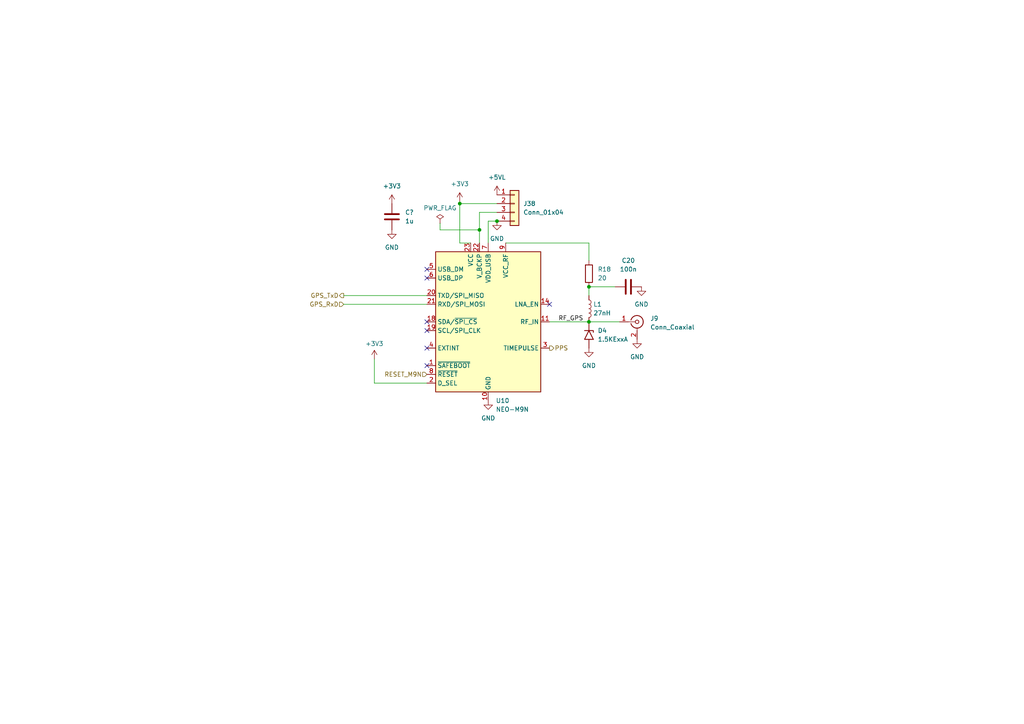
<source format=kicad_sch>
(kicad_sch (version 20230121) (generator eeschema)
  (paper "A4")
  (lib_symbols
    (symbol "Connector:Conn_Coaxial" (pin_names (offset 1.016) hide)
      (property "Reference" "J" (at 0.254 3.048 0))
      (property "Value" "Conn_Coaxial" (at 2.921 0 90))
      (symbol "Conn_Coaxial_0_1"
        (arc (start -1.778 -0.508) (mid 0.2311 -1.8066) (end 1.778 0) (stroke (width 0.254)))
        (polyline (pts (xy -2.54 0) (xy -0.508 0)))
        (polyline (pts (xy 0 -2.54) (xy 0 -1.778)))
        (circle (center 0 0) (radius 0.508) (stroke (width 0.2032)))
        (arc (start 1.778 0) (mid 0.2099 1.8101) (end -1.778 0.508) (stroke (width 0.254)))
      )
      (symbol "Conn_Coaxial_1_1"
        (pin passive line (at -5.08 0 0) (length 2.54) (name "In") (number "1"))
        (pin passive line (at 0 -5.08 90) (length 2.54) (name "Ext") (number "2"))
      )
    )
    (symbol "Connector_Generic:Conn_01x04" (pin_names (offset 1.016) hide)
      (property "Reference" "J" (at 0 5.08 0))
      (property "Value" "Conn_01x04" (at 0 -7.62 0))
      (symbol "Conn_01x04_1_1"
        (rectangle (start -1.27 -4.953) (end 0 -5.207) (stroke (width 0.1524)))
        (rectangle (start -1.27 -2.413) (end 0 -2.667) (stroke (width 0.1524)))
        (rectangle (start -1.27 0.127) (end 0 -0.127) (stroke (width 0.1524)))
        (rectangle (start -1.27 2.667) (end 0 2.413) (stroke (width 0.1524)))
        (rectangle (start -1.27 3.81) (end 1.27 -6.35) (stroke (width 0.254)) (fill (type background)))
        (pin passive line (at -5.08 2.54 0) (length 3.81) (name "Pin_1") (number "1"))
        (pin passive line (at -5.08 0 0) (length 3.81) (name "Pin_2") (number "2"))
        (pin passive line (at -5.08 -2.54 0) (length 3.81) (name "Pin_3") (number "3"))
        (pin passive line (at -5.08 -5.08 0) (length 3.81) (name "Pin_4") (number "4"))
      )
    )
    (symbol "Device:C" (pin_numbers hide) (pin_names (offset 0.254))
      (property "Reference" "C" (at 0.635 2.54 0))
      (property "Value" "C" (at 0.635 -2.54 0))
      (symbol "C_0_1"
        (polyline (pts (xy -2.032 -0.762) (xy 2.032 -0.762)) (stroke (width 0.508)))
        (polyline (pts (xy -2.032 0.762) (xy 2.032 0.762)) (stroke (width 0.508)))
      )
      (symbol "C_1_1"
        (pin passive line (at 0 3.81 270) (length 2.794) (name "~") (number "1"))
        (pin passive line (at 0 -3.81 90) (length 2.794) (name "~") (number "2"))
      )
    )
    (symbol "Device:L" (pin_numbers hide) (pin_names (offset 1.016) hide)
      (property "Reference" "L" (at -1.27 0 90))
      (property "Value" "L" (at 1.905 0 90))
      (symbol "L_0_1"
        (arc (start 0 -2.54) (mid 0.6323 -1.905) (end 0 -1.27))
        (arc (start 0 -1.27) (mid 0.6323 -0.635) (end 0 0))
        (arc (start 0 0) (mid 0.6323 0.635) (end 0 1.27))
        (arc (start 0 1.27) (mid 0.6323 1.905) (end 0 2.54))
      )
      (symbol "L_1_1"
        (pin passive line (at 0 3.81 270) (length 1.27) (name "1") (number "1"))
        (pin passive line (at 0 -3.81 90) (length 1.27) (name "2") (number "2"))
      )
    )
    (symbol "Device:R" (pin_numbers hide) (pin_names (offset 0))
      (property "Reference" "R" (at 2.032 0 90))
      (property "Value" "R" (at 0 0 90))
      (symbol "R_0_1"
        (rectangle (start -1.016 -2.54) (end 1.016 2.54) (stroke (width 0.254)))
      )
      (symbol "R_1_1"
        (pin passive line (at 0 3.81 270) (length 1.27) (name "~") (number "1"))
        (pin passive line (at 0 -3.81 90) (length 1.27) (name "~") (number "2"))
      )
    )
    (symbol "Diode:1.5KExxA" (pin_numbers hide) (pin_names (offset 1.016) hide)
      (property "Reference" "D" (at 0 2.54 0))
      (property "Value" "1.5KExxA" (at 0 -2.54 0))
      (symbol "1.5KExxA_0_1"
        (polyline (pts (xy -0.762 1.27) (xy -1.27 1.27) (xy -1.27 -1.27)) (stroke (width 0.254)))
        (polyline (pts (xy 1.27 1.27) (xy 1.27 -1.27) (xy -1.27 0) (xy 1.27 1.27)) (stroke (width 0.254)))
      )
      (symbol "1.5KExxA_1_1"
        (pin passive line (at -3.81 0 0) (length 2.54) (name "A1") (number "1"))
        (pin passive line (at 3.81 0 180) (length 2.54) (name "A2") (number "2"))
      )
    )
    (symbol "RF_GPS:NEO-M9N"
      (property "Reference" "U" (at -13.97 21.59 0))
      (property "Value" "NEO-M9N" (at 11.43 21.59 0))
      (symbol "NEO-M9N_0_1"
        (rectangle (start -15.24 20.32) (end 15.24 -20.32) (stroke (width 0.254)) (fill (type background)))
      )
      (symbol "NEO-M9N_1_1"
        (pin input line (at -17.78 -12.7 0) (length 2.54) (name "~{SAFEBOOT}") (number "1"))
        (pin power_in line (at 0 -22.86 90) (length 2.54) (name "GND") (number "10"))
        (pin input line (at 17.78 0 180) (length 2.54) (name "RF_IN") (number "11"))
        (pin passive line (at 0 -22.86 90) (length 2.54) hide (name "GND") (number "12"))
        (pin passive line (at 0 -22.86 90) (length 2.54) hide (name "GND") (number "13"))
        (pin output line (at 17.78 5.08 180) (length 2.54) (name "LNA_EN") (number "14"))
        (pin no_connect line (at 15.24 -10.16 180) (length 2.54) hide (name "RESERVED") (number "15"))
        (pin no_connect line (at 15.24 -12.7 180) (length 2.54) hide (name "RESERVED") (number "16"))
        (pin no_connect line (at 15.24 -15.24 180) (length 2.54) hide (name "RESERVED") (number "17"))
        (pin bidirectional line (at -17.78 0 0) (length 2.54) (name "SDA/~{SPI_CS}") (number "18"))
        (pin input line (at -17.78 -2.54 0) (length 2.54) (name "SCL/SPI_CLK") (number "19"))
        (pin input line (at -17.78 -17.78 0) (length 2.54) (name "D_SEL") (number "2"))
        (pin output line (at -17.78 7.62 0) (length 2.54) (name "TXD/SPI_MISO") (number "20"))
        (pin input line (at -17.78 5.08 0) (length 2.54) (name "RXD/SPI_MOSI") (number "21"))
        (pin power_in line (at -2.54 22.86 270) (length 2.54) (name "V_BCKP") (number "22"))
        (pin power_in line (at -5.08 22.86 270) (length 2.54) (name "VCC") (number "23"))
        (pin passive line (at 0 -22.86 90) (length 2.54) hide (name "GND") (number "24"))
        (pin output line (at 17.78 -7.62 180) (length 2.54) (name "TIMEPULSE") (number "3"))
        (pin input line (at -17.78 -7.62 0) (length 2.54) (name "EXTINT") (number "4"))
        (pin bidirectional line (at -17.78 15.24 0) (length 2.54) (name "USB_DM") (number "5"))
        (pin bidirectional line (at -17.78 12.7 0) (length 2.54) (name "USB_DP") (number "6"))
        (pin power_in line (at 0 22.86 270) (length 2.54) (name "VDD_USB") (number "7"))
        (pin input line (at -17.78 -15.24 0) (length 2.54) (name "~{RESET}") (number "8"))
        (pin power_out line (at 5.08 22.86 270) (length 2.54) (name "VCC_RF") (number "9"))
      )
    )
    (symbol "power:+3V3" (power) (pin_names (offset 0))
      (property "Value" "+3V3" (at 0 3.556 0))
      (symbol "+3V3_0_1"
        (polyline (pts (xy -0.762 1.27) (xy 0 2.54)))
        (polyline (pts (xy 0 0) (xy 0 2.54)))
        (polyline (pts (xy 0 2.54) (xy 0.762 1.27)))
      )
      (symbol "+3V3_1_1"
        (pin power_in line (at 0 0 90) (length 0) hide (name "+3V3") (number "1"))
      )
    )
    (symbol "power:+5VL" (power) (pin_names (offset 0))
      (property "Value" "+5VL" (at 0 3.556 0))
      (symbol "+5VL_0_1"
        (polyline (pts (xy -0.762 1.27) (xy 0 2.54)))
        (polyline (pts (xy 0 0) (xy 0 2.54)))
        (polyline (pts (xy 0 2.54) (xy 0.762 1.27)))
      )
      (symbol "+5VL_1_1"
        (pin power_in line (at 0 0 90) (length 0) hide (name "+5VL") (number "1"))
      )
    )
    (symbol "power:GND" (power) (pin_names (offset 0))
      (property "Value" "GND" (at 0 -3.81 0))
      (symbol "GND_0_1"
        (polyline (pts (xy 0 0) (xy 0 -1.27) (xy 1.27 -1.27) (xy 0 -2.54) (xy -1.27 -1.27) (xy 0 -1.27)))
      )
      (symbol "GND_1_1"
        (pin power_in line (at 0 0 270) (length 0) hide (name "GND") (number "1"))
      )
    )
    (symbol "power:PWR_FLAG" (power) (pin_numbers hide) (pin_names (offset 0) hide)
      (property "Value" "PWR_FLAG" (at 0 3.81 0))
      (symbol "PWR_FLAG_0_0"
        (pin power_out line (at 0 0 90) (length 0) (name "pwr") (number "1"))
      )
      (symbol "PWR_FLAG_0_1"
        (polyline (pts (xy 0 0) (xy 0 1.27) (xy -1.016 1.905) (xy 0 2.54) (xy 1.016 1.905) (xy 0 1.27)))
      )
    )
  )
  (junction (at 144.145 64.135))
  (junction (at 139.065 66.675))
  (junction (at 133.35 59.055))
  (junction (at 170.815 83.185))
  (junction (at 170.815 93.345))
  (no_connect (at 159.385 88.265))
  (no_connect (at 123.825 93.345))
  (no_connect (at 123.825 95.885))
  (no_connect (at 123.825 106.045))
  (no_connect (at 123.825 80.645))
  (no_connect (at 123.825 100.965))
  (no_connect (at 123.825 78.105))
  (wire (pts (xy 139.065 61.595) (xy 139.065 66.675)))
  (wire (pts (xy 170.815 70.485) (xy 146.685 70.485)))
  (wire (pts (xy 127.635 64.77) (xy 127.635 66.675)))
  (wire (pts (xy 108.585 111.125) (xy 123.825 111.125)))
  (wire (pts (xy 170.815 83.185) (xy 170.815 85.725)))
  (wire (pts (xy 108.585 111.125) (xy 108.585 104.14)))
  (wire (pts (xy 133.35 59.055) (xy 133.35 70.485)))
  (wire (pts (xy 170.815 93.345) (xy 159.385 93.345)))
  (wire (pts (xy 179.705 93.345) (xy 170.815 93.345)))
  (wire (pts (xy 139.065 66.675) (xy 127.635 66.675)))
  (wire (pts (xy 170.815 75.565) (xy 170.815 70.485)))
  (wire (pts (xy 133.35 70.485) (xy 136.525 70.485)))
  (wire (pts (xy 99.695 85.725) (xy 123.825 85.725)))
  (wire (pts (xy 144.145 61.595) (xy 139.065 61.595)))
  (wire (pts (xy 178.435 83.185) (xy 170.815 83.185)))
  (wire (pts (xy 139.065 66.675) (xy 139.065 70.485)))
  (wire (pts (xy 141.605 64.135) (xy 141.605 70.485)))
  (wire (pts (xy 99.695 88.265) (xy 123.825 88.265)))
  (wire (pts (xy 133.35 59.055) (xy 144.145 59.055)))
  (wire (pts (xy 133.35 59.055) (xy 133.35 58.42)))
  (wire (pts (xy 144.145 64.135) (xy 141.605 64.135)))
  (label "RF_GPS" (at 161.925 93.345 0))
  (hierarchical_label "RESET_M9N" (shape input) (at 123.825 108.585 180))
  (hierarchical_label "GPS_TxD" (shape output) (at 99.695 85.725 180))
  (hierarchical_label "PPS" (shape output) (at 159.385 100.965 0))
  (hierarchical_label "GPS_RxD" (shape input) (at 99.695 88.265 180))
  (symbol (lib_id "power:GND") (at 184.785 98.425 0) (unit 1)
    (property "Reference" "#PWR0137" (effects hide))
    (property "Value" "GND" (at 184.785 103.505 0))
    (instances (project "main-board" (path "" (reference "#PWR0137") (unit 1)) (path "" (reference "#PWR070") (unit 1))))
  )
  (symbol (lib_id "Connector_Generic:Conn_01x04") (at 149.225 59.055 0) (unit 1)
    (property "Reference" "J38" (at 151.765 59.055 0) (effects (justify left)))
    (property "Value" "Conn_01x04" (at 151.765 61.595 0) (effects (justify left)))
    (property "Footprint" "Connector_JST:JST_XH_B4B-XH-A_1x04_P2.50mm_Vertical" (effects hide))
    (instances (project "main-board" (path "" (reference "J38") (unit 1)) (path "" (reference "J8") (unit 1))))
  )
  (symbol (lib_id "power:GND") (at 144.145 64.135 0) (unit 1)
    (property "Reference" "#PWR0163" (effects hide))
    (property "Value" "GND" (at 144.145 69.215 0))
    (instances (project "main-board" (path "" (reference "#PWR0163") (unit 1)) (path "" (reference "#PWR065") (unit 1))))
  )
  (symbol (lib_id "Device:C") (at 182.245 83.185 90) (unit 1)
    (property "Reference" "C20" (at 182.245 75.565 90))
    (property "Value" "100n" (at 182.245 78.105 90))
    (property "Footprint" "Capacitor_SMD:C_0603_1608Metric" (effects hide))
    (property "mouser" " 187-CL10B104KA8NNWC " (effects hide))
    (instances (project "main-board" (path "" (reference "C20") (unit 1)) (path "" (reference "C8") (unit 1))))
  )
  (symbol (lib_id "power:GND") (at 186.055 83.185 0) (unit 1)
    (property "Reference" "#PWR0138" (effects hide))
    (property "Value" "GND" (at 186.055 88.265 0))
    (instances (project "main-board" (path "" (reference "#PWR0138") (unit 1)) (path "" (reference "#PWR071") (unit 1))))
  )
  (symbol (lib_id "power:GND") (at 113.665 66.675 0) (unit 1)
    (property "Reference" "#PWR?" (effects hide))
    (property "Value" "GND" (at 113.665 71.755 0))
    (instances (project "main-board" (path "" (reference "#PWR?") (unit 1)) (path "" (reference "#PWR0131") (unit 1)) (path "" (reference "#PWR049") (unit 1))))
  )
  (symbol (lib_id "power:PWR_FLAG") (at 127.635 64.77 0) (unit 1)
    (property "Reference" "#FLG06" (effects hide))
    (property "Value" "PWR_FLAG" (at 127.635 60.325 0))
    (instances (project "main-board" (path "" (reference "#FLG06") (unit 1)) (path "" (reference "#FLG04") (unit 1))))
  )
  (symbol (lib_id "Diode:1.5KExxA") (at 170.815 97.155 270) (unit 1)
    (property "Reference" "D4" (at 173.355 95.885 90) (effects (justify left)))
    (property "Value" "1.5KExxA" (at 173.355 98.425 90) (effects (justify left)))
    (property "Footprint" "Diode_SMD:D_0603_1608Metric" (effects hide))
    (property "Datasheet" "https://www.vishay.com/docs/88301/15ke.pdf" (effects hide))
    (property "mouser" " 652-CG0603MLU-05E " (effects hide))
  )
  (symbol (lib_id "Device:L") (at 170.815 89.535 0) (unit 1)
    (property "Reference" "L1" (at 172.085 88.265 0) (effects (justify left)))
    (property "Value" "27nH" (at 172.085 90.805 0) (effects (justify left)))
    (property "Footprint" "Inductor_SMD:L_0603_1608Metric" (effects hide))
    (property "mouser" " 871-B82496C3270J " (effects hide))
  )
  (symbol (lib_id "power:+3V3") (at 113.665 59.055 0) (unit 1)
    (property "Reference" "#PWR?" (effects hide))
    (property "Value" "+3V3" (at 113.665 53.975 0))
    (instances (project "main-board" (path "" (reference "#PWR?") (unit 1)) (path "" (reference "#PWR0130") (unit 1)) (path "" (reference "#PWR040") (unit 1))))
  )
  (symbol (lib_id "Connector:Conn_Coaxial") (at 184.785 93.345 0) (unit 1)
    (property "Reference" "J9" (at 188.595 92.3682 0) (effects (justify left)))
    (property "Value" "Conn_Coaxial" (at 188.595 94.9082 0) (effects (justify left)))
    (property "Footprint" "Connector_Coaxial:U.FL_Hirose_U.FL-R-SMT-1_Vertical" (effects hide))
    (property "Datasheet" " ~" (effects hide))
    (property "mouser" " 798-U.FL-R-SMT10 " (effects hide))
  )
  (symbol (lib_id "power:+5VL") (at 144.145 56.515 0) (unit 1)
    (property "Reference" "#PWR070" (effects hide))
    (property "Value" "+5VL" (at 144.145 51.435 0))
    (instances (project "main-board" (path "" (reference "#PWR070") (unit 1)) (path "" (reference "#PWR063") (unit 1))))
  )
  (symbol (lib_id "RF_GPS:NEO-M9N") (at 141.605 93.345 0) (unit 1)
    (property "Reference" "U10" (at 143.7991 116.205 0) (effects (justify left)))
    (property "Value" "NEO-M9N" (at 143.7991 118.745 0) (effects (justify left)))
    (property "Footprint" "RF_GPS:ublox_NEO" (effects hide))
    (property "Datasheet" "https://www.u-blox.com/sites/default/files/NEO-M9N-00B_DataSheet_UBX-19014285.pdf" (effects hide))
    (property "mouser" " 377-NEO-M9N-00B " (effects hide))
    (instances (project "main-board" (path "" (reference "U10") (unit 1)) (path "" (reference "U6") (unit 1))))
  )
  (symbol (lib_id "Device:C") (at 113.665 62.865 0) (unit 1)
    (property "Reference" "C?" (at 117.475 61.595 0) (effects (justify left)))
    (property "Value" "1u" (at 117.475 64.135 0) (effects (justify left)))
    (property "Footprint" "Capacitor_SMD:C_1206_3216Metric" (effects hide))
    (property "mouser" " 187-CL31B105KBHNFNE " (effects hide))
    (instances (project "main-board" (path "" (reference "C?") (unit 1)) (path "" (reference "C19") (unit 1)) (path "" (reference "C7") (unit 1))))
  )
  (symbol (lib_id "power:GND") (at 141.605 116.205 0) (unit 1)
    (property "Reference" "#PWR0135" (effects hide))
    (property "Value" "GND" (at 141.605 121.285 0))
    (instances (project "main-board" (path "" (reference "#PWR0135") (unit 1)) (path "" (reference "#PWR061") (unit 1))))
  )
  (symbol (lib_id "Device:R") (at 170.815 79.375 0) (unit 1)
    (property "Reference" "R18" (at 173.355 78.105 0) (effects (justify left)))
    (property "Value" "20" (at 173.355 80.645 0) (effects (justify left)))
    (property "Footprint" "Resistor_SMD:R_0603_1608Metric" (effects hide))
    (property "mouser" " 660-SG73P1JTTD20R0F " (effects hide))
    (instances (project "main-board" (path "" (reference "R18") (unit 1)) (path "" (reference "R1") (unit 1))))
  )
  (symbol (lib_id "power:+3V3") (at 133.35 58.42 0) (unit 1)
    (property "Reference" "#PWR0134" (effects hide))
    (property "Value" "+3V3" (at 133.35 53.34 0))
    (instances (project "main-board" (path "" (reference "#PWR0134") (unit 1)) (path "" (reference "#PWR051") (unit 1))))
  )
  (symbol (lib_id "power:+3V3") (at 108.585 104.14 0) (unit 1)
    (property "Reference" "#PWR0160" (effects hide))
    (property "Value" "+3V3" (at 108.585 99.695 0))
    (instances (project "main-board" (path "" (reference "#PWR0160") (unit 1)) (path "" (reference "#PWR027") (unit 1))))
  )
  (symbol (lib_id "power:GND") (at 170.815 100.965 0) (unit 1)
    (property "Reference" "#PWR0164" (effects hide))
    (property "Value" "GND" (at 170.815 106.045 0))
    (instances (project "main-board" (path "" (reference "#PWR0164") (unit 1)) (path "" (reference "#PWR067") (unit 1))))
  )
)
</source>
